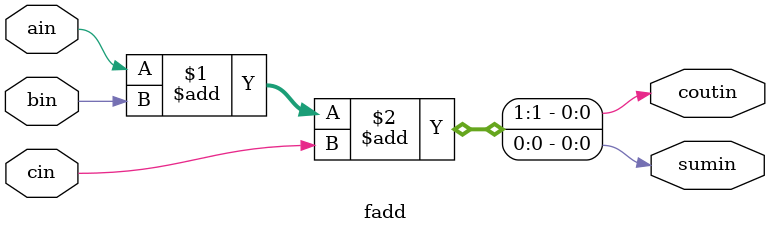
<source format=v>
module top_module( 
    input [2:0] a, b,
    input cin,
    output [2:0] cout,
    output [2:0] sum );
    genvar i;
    generate
        fadd f0(.ain(a[0]),.bin(b[0]),.cin(cin),.sumin(sum[0]),.coutin(cout[0]));
        for (i=1;i<3;i=i+1)
            begin: gen_loop
                fadd fai(.ain(a[i]),.bin(b[i]),.cin(cout[i-1]),.sumin(sum[i]),.coutin(cout[i]));
            end
    endgenerate

endmodule
                
module fadd(ain,bin,cin,coutin,sumin);
    input ain,bin,cin;
    output coutin,sumin;
    assign {coutin,sumin}=ain+bin+cin;
endmodule

</source>
